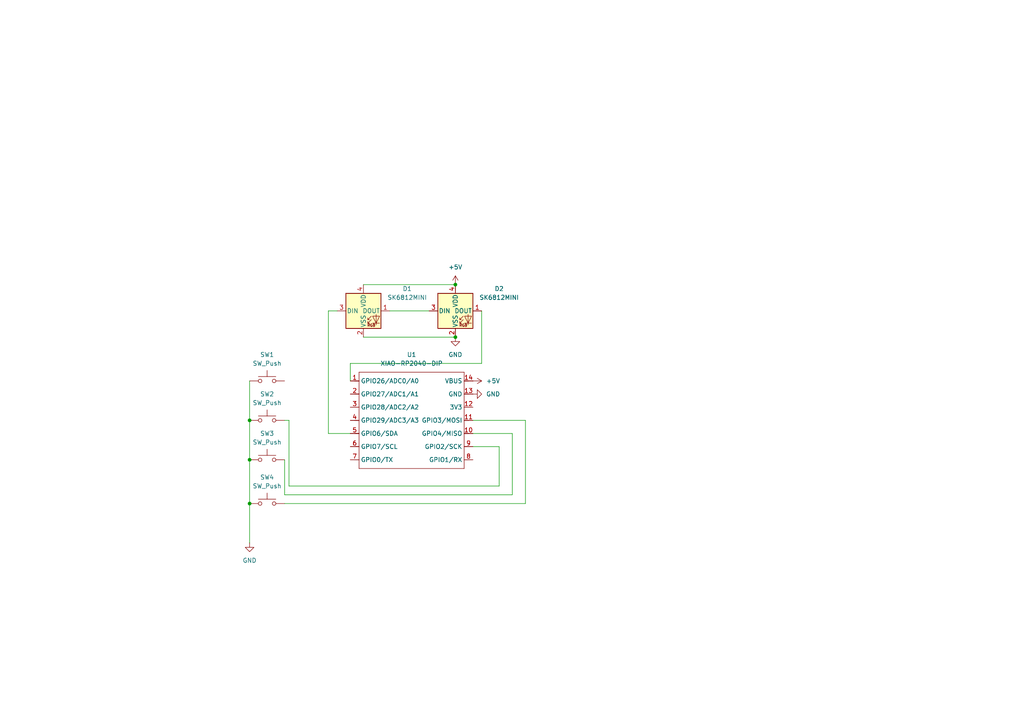
<source format=kicad_sch>
(kicad_sch (version 20250114) (generator "eeschema") (generator_version "9.0")
  (paper "A4")
  (lib_symbols
    (symbol "LED:SK6812MINI" (pin_names (offset 0.254))
      (property "Reference" "D" (at 5.08 5.715 0))
      (property "Value" "SK6812MINI" (at 1.27 -5.715 0))
      (symbol "SK6812MINI_0_0"
        (text "RGB" (at 2.286 -4.191 0) (effects (font (size 0.762 0.762))))
      )
      (symbol "SK6812MINI_0_1"
        (polyline (pts (xy 1.27 -2.54) (xy 1.778 -2.54)))
        (polyline (pts (xy 1.27 -3.556) (xy 1.778 -3.556)))
        (polyline (pts (xy 2.286 -1.524) (xy 1.27 -2.54) (xy 1.27 -2.032)))
        (polyline (pts (xy 2.286 -2.54) (xy 1.27 -3.556) (xy 1.27 -3.048)))
        (polyline (pts (xy 3.683 -1.016) (xy 3.683 -3.556) (xy 3.683 -4.064)))
        (polyline (pts (xy 4.699 -1.524) (xy 2.667 -1.524) (xy 3.683 -3.556) (xy 4.699 -1.524)))
        (polyline (pts (xy 4.699 -3.556) (xy 2.667 -3.556)))
        (rectangle (start 5.08 5.08) (end -5.08 -5.08) (stroke (width 0.254)) (fill (type background)))
      )
      (symbol "SK6812MINI_1_1"
        (pin input line (at -7.62 0 0) (length 2.54) (name "DIN") (number "3"))
        (pin power_in line (at 0 7.62 270) (length 2.54) (name "VDD") (number "4"))
        (pin power_in line (at 0 -7.62 90) (length 2.54) (name "VSS") (number "2"))
        (pin output line (at 7.62 0 180) (length 2.54) (name "DOUT") (number "1"))
      )
    )
    (symbol "OPL:XIAO-RP2040-DIP"
      (property "Reference" "U" (at 0 0 0))
      (property "Value" "XIAO-RP2040-DIP" (at 5.334 -1.778 0))
      (symbol "XIAO-RP2040-DIP_1_0"
        (polyline (pts (xy -1.27 -2.54) (xy 29.21 -2.54)) (stroke (width 0.1524)))
        (polyline (pts (xy -1.27 -5.08) (xy -2.54 -5.08)) (stroke (width 0.1524)))
        (polyline (pts (xy -1.27 -5.08) (xy -1.27 -2.54)) (stroke (width 0.1524)))
        (polyline (pts (xy -1.27 -8.89) (xy -2.54 -8.89)) (stroke (width 0.1524)))
        (polyline (pts (xy -1.27 -8.89) (xy -1.27 -5.08)) (stroke (width 0.1524)))
        (polyline (pts (xy -1.27 -12.7) (xy -2.54 -12.7)) (stroke (width 0.1524)))
        (polyline (pts (xy -1.27 -12.7) (xy -1.27 -8.89)) (stroke (width 0.1524)))
        (polyline (pts (xy -1.27 -16.51) (xy -2.54 -16.51)) (stroke (width 0.1524)))
        (polyline (pts (xy -1.27 -16.51) (xy -1.27 -12.7)) (stroke (width 0.1524)))
        (polyline (pts (xy -1.27 -20.32) (xy -2.54 -20.32)) (stroke (width 0.1524)))
        (polyline (pts (xy -1.27 -24.13) (xy -2.54 -24.13)) (stroke (width 0.1524)))
        (polyline (pts (xy -1.27 -27.94) (xy -2.54 -27.94)) (stroke (width 0.1524)))
        (polyline (pts (xy -1.27 -30.48) (xy -1.27 -16.51)) (stroke (width 0.1524)))
        (polyline (pts (xy 29.21 -2.54) (xy 29.21 -5.08)) (stroke (width 0.1524)))
        (polyline (pts (xy 29.21 -5.08) (xy 29.21 -8.89)) (stroke (width 0.1524)))
        (polyline (pts (xy 29.21 -8.89) (xy 29.21 -12.7)) (stroke (width 0.1524)))
        (polyline (pts (xy 29.21 -12.7) (xy 29.21 -30.48)) (stroke (width 0.1524)))
        (polyline (pts (xy 29.21 -30.48) (xy -1.27 -30.48)) (stroke (width 0.1524)))
        (polyline (pts (xy 30.48 -5.08) (xy 29.21 -5.08)) (stroke (width 0.1524)))
        (polyline (pts (xy 30.48 -8.89) (xy 29.21 -8.89)) (stroke (width 0.1524)))
        (polyline (pts (xy 30.48 -12.7) (xy 29.21 -12.7)) (stroke (width 0.1524)))
        (polyline (pts (xy 30.48 -16.51) (xy 29.21 -16.51)) (stroke (width 0.1524)))
        (polyline (pts (xy 30.48 -20.32) (xy 29.21 -20.32)) (stroke (width 0.1524)))
        (polyline (pts (xy 30.48 -24.13) (xy 29.21 -24.13)) (stroke (width 0.1524)))
        (polyline (pts (xy 30.48 -27.94) (xy 29.21 -27.94)) (stroke (width 0.1524)))
        (pin passive line (at -3.81 -5.08 0) (length 2.54) (name "GPIO26/ADC0/A0") (number "1"))
        (pin passive line (at -3.81 -8.89 0) (length 2.54) (name "GPIO27/ADC1/A1") (number "2"))
        (pin passive line (at -3.81 -12.7 0) (length 2.54) (name "GPIO28/ADC2/A2") (number "3"))
        (pin passive line (at -3.81 -16.51 0) (length 2.54) (name "GPIO29/ADC3/A3") (number "4"))
        (pin passive line (at -3.81 -20.32 0) (length 2.54) (name "GPIO6/SDA") (number "5"))
        (pin passive line (at -3.81 -24.13 0) (length 2.54) (name "GPIO7/SCL") (number "6"))
        (pin passive line (at -3.81 -27.94 0) (length 2.54) (name "GPIO0/TX") (number "7"))
        (pin passive line (at 31.75 -5.08 180) (length 2.54) (name "VBUS") (number "14"))
        (pin passive line (at 31.75 -8.89 180) (length 2.54) (name "GND") (number "13"))
        (pin passive line (at 31.75 -12.7 180) (length 2.54) (name "3V3") (number "12"))
        (pin passive line (at 31.75 -16.51 180) (length 2.54) (name "GPIO3/MOSI") (number "11"))
        (pin passive line (at 31.75 -20.32 180) (length 2.54) (name "GPIO4/MISO") (number "10"))
        (pin passive line (at 31.75 -24.13 180) (length 2.54) (name "GPIO2/SCK") (number "9"))
        (pin passive line (at 31.75 -27.94 180) (length 2.54) (name "GPIO1/RX") (number "8"))
      )
    )
    (symbol "Switch:SW_Push" (pin_numbers (hide yes)) (pin_names (offset 1.016) (hide yes))
      (property "Reference" "SW" (at 1.27 2.54 0))
      (property "Value" "SW_Push" (at 0 -1.524 0))
      (symbol "SW_Push_0_1"
        (circle (center -2.032 0) (radius 0.508))
        (polyline (pts (xy 0 1.27) (xy 0 3.048)))
        (circle (center 2.032 0) (radius 0.508))
        (polyline (pts (xy 2.54 1.27) (xy -2.54 1.27)))
        (pin passive line (at -5.08 0 0) (length 2.54) (name "1") (number "1"))
        (pin passive line (at 5.08 0 180) (length 2.54) (name "2") (number "2"))
      )
    )
    (symbol "power:+5V" (power) (pin_numbers (hide yes)) (pin_names (offset 0) (hide yes))
      (property "Value" "+5V" (at 0 3.556 0))
      (symbol "+5V_0_1"
        (polyline (pts (xy -0.762 1.27) (xy 0 2.54)))
        (polyline (pts (xy 0 2.54) (xy 0.762 1.27)))
        (polyline (pts (xy 0 0) (xy 0 2.54)))
      )
      (symbol "+5V_1_1"
        (pin power_in line (at 0 0 90) (length 0) (name "~") (number "1"))
      )
    )
    (symbol "power:GND" (power) (pin_numbers (hide yes)) (pin_names (offset 0) (hide yes))
      (property "Value" "GND" (at 0 -3.81 0))
      (symbol "GND_0_1"
        (polyline (pts (xy 0 0) (xy 0 -1.27) (xy 1.27 -1.27) (xy 0 -2.54) (xy -1.27 -1.27) (xy 0 -1.27)))
      )
      (symbol "GND_1_1"
        (pin power_in line (at 0 0 270) (length 0) (name "~") (number "1"))
      )
    )
  )
  (junction (at 132.08 97.79))
  (junction (at 72.39 133.35))
  (junction (at 72.39 121.92))
  (junction (at 132.08 82.55))
  (junction (at 72.39 146.05))
  (wire (pts (xy 148.59 125.73) (xy 148.59 143.51)))
  (wire (pts (xy 144.78 129.54) (xy 144.78 140.97)))
  (wire (pts (xy 72.39 133.35) (xy 72.39 146.05)))
  (wire (pts (xy 137.16 129.54) (xy 144.78 129.54)))
  (wire (pts (xy 105.41 97.79) (xy 132.08 97.79)))
  (wire (pts (xy 148.59 143.51) (xy 82.55 143.51)))
  (wire (pts (xy 139.7 105.41) (xy 101.6 105.41)))
  (wire (pts (xy 82.55 121.92) (xy 83.82 121.92)))
  (wire (pts (xy 137.16 121.92) (xy 152.4 121.92)))
  (wire (pts (xy 72.39 121.92) (xy 72.39 133.35)))
  (wire (pts (xy 152.4 121.92) (xy 152.4 146.05)))
  (wire (pts (xy 139.7 90.17) (xy 139.7 105.41)))
  (wire (pts (xy 144.78 140.97) (xy 83.82 140.97)))
  (wire (pts (xy 82.55 133.35) (xy 82.55 143.51)))
  (wire (pts (xy 113.03 90.17) (xy 124.46 90.17)))
  (wire (pts (xy 95.25 90.17) (xy 95.25 125.73)))
  (wire (pts (xy 152.4 146.05) (xy 82.55 146.05)))
  (wire (pts (xy 97.79 90.17) (xy 95.25 90.17)))
  (wire (pts (xy 105.41 82.55) (xy 132.08 82.55)))
  (wire (pts (xy 101.6 105.41) (xy 101.6 110.49)))
  (wire (pts (xy 72.39 110.49) (xy 72.39 121.92)))
  (wire (pts (xy 95.25 125.73) (xy 101.6 125.73)))
  (wire (pts (xy 137.16 125.73) (xy 148.59 125.73)))
  (wire (pts (xy 72.39 146.05) (xy 72.39 157.48)))
  (wire (pts (xy 83.82 140.97) (xy 83.82 121.92)))
  (symbol (lib_id "power:GND") (at 137.16 114.3 90) (unit 1)
    (property "Reference" "#PWR02" (effects (hide yes)))
    (property "Value" "GND" (at 140.97 114.2999 90) (effects (justify right)))
    (property "Description" "Power symbol creates a global label with name \"GND\" , ground" (effects (hide yes)))
  )
  (symbol (lib_id "power:GND") (at 72.39 157.48 0) (unit 1)
    (property "Reference" "#PWR01" (effects (hide yes)))
    (property "Value" "GND" (at 72.39 162.56 0))
    (property "Description" "Power symbol creates a global label with name \"GND\" , ground" (effects (hide yes)))
  )
  (symbol (lib_id "power:+5V") (at 137.16 110.49 270) (unit 1)
    (property "Reference" "#PWR04" (effects (hide yes)))
    (property "Value" "+5V" (at 140.97 110.4899 90) (effects (justify left)))
    (property "Description" "Power symbol creates a global label with name \"+5V\"" (effects (hide yes)))
  )
  (symbol (lib_id "OPL:XIAO-RP2040-DIP") (at 105.41 105.41 0) (unit 1)
    (property "Reference" "U1" (at 119.38 102.87 0))
    (property "Value" "XIAO-RP2040-DIP" (at 119.38 105.41 0))
    (property "Footprint" "Module:MOUDLE14P-XIAO-DIP-SMD" (effects (hide yes)))
  )
  (symbol (lib_id "Switch:SW_Push") (at 77.47 133.35 0) (unit 1)
    (property "Reference" "SW3" (at 77.47 125.73 0))
    (property "Value" "SW_Push" (at 77.47 128.27 0))
    (property "Footprint" "Button_Switch_Keyboard:SW_Cherry_MX_1.00u_PCB" (effects (hide yes)))
    (property "Description" "Push button switch, generic, two pins" (effects (hide yes)))
  )
  (symbol (lib_id "power:GND") (at 132.08 97.79 0) (unit 1)
    (property "Reference" "#PWR05" (effects (hide yes)))
    (property "Value" "GND" (at 132.08 102.87 0))
    (property "Description" "Power symbol creates a global label with name \"GND\" , ground" (effects (hide yes)))
  )
  (symbol (lib_id "LED:SK6812MINI") (at 132.08 90.17 0) (unit 1)
    (property "Reference" "D2" (at 144.78 83.7498 0))
    (property "Value" "SK6812MINI" (at 144.78 86.2898 0))
    (property "Footprint" "LED_SMD:LED_SK6812MINI_PLCC4_3.5x3.5mm_P1.75mm" (effects (hide yes)))
    (property "Datasheet" "https://cdn-shop.adafruit.com/product-files/2686/SK6812MINI_REV.01-1-2.pdf" (effects (hide yes)))
    (property "Description" "RGB LED with integrated controller" (effects (hide yes)))
  )
  (symbol (lib_id "Switch:SW_Push") (at 77.47 146.05 0) (unit 1)
    (property "Reference" "SW4" (at 77.47 138.43 0))
    (property "Value" "SW_Push" (at 77.47 140.97 0))
    (property "Footprint" "Button_Switch_Keyboard:SW_Cherry_MX_1.00u_PCB" (effects (hide yes)))
    (property "Description" "Push button switch, generic, two pins" (effects (hide yes)))
  )
  (symbol (lib_id "Switch:SW_Push") (at 77.47 121.92 0) (unit 1)
    (property "Reference" "SW2" (at 77.47 114.3 0))
    (property "Value" "SW_Push" (at 77.47 116.84 0))
    (property "Footprint" "Button_Switch_Keyboard:SW_Cherry_MX_1.00u_PCB" (effects (hide yes)))
    (property "Description" "Push button switch, generic, two pins" (effects (hide yes)))
  )
  (symbol (lib_id "LED:SK6812MINI") (at 105.41 90.17 0) (unit 1)
    (property "Reference" "D1" (at 118.11 83.7498 0))
    (property "Value" "SK6812MINI" (at 118.11 86.2898 0))
    (property "Footprint" "LED_SMD:LED_SK6812MINI_PLCC4_3.5x3.5mm_P1.75mm" (effects (hide yes)))
    (property "Datasheet" "https://cdn-shop.adafruit.com/product-files/2686/SK6812MINI_REV.01-1-2.pdf" (effects (hide yes)))
    (property "Description" "RGB LED with integrated controller" (effects (hide yes)))
  )
  (symbol (lib_id "Switch:SW_Push") (at 77.47 110.49 0) (unit 1)
    (property "Reference" "SW1" (at 77.47 102.87 0))
    (property "Value" "SW_Push" (at 77.47 105.41 0))
    (property "Footprint" "Button_Switch_Keyboard:SW_Cherry_MX_1.00u_PCB" (effects (hide yes)))
    (property "Description" "Push button switch, generic, two pins" (effects (hide yes)))
  )
  (symbol (lib_id "power:+5V") (at 132.08 82.55 0) (unit 1)
    (property "Reference" "#PWR03" (effects (hide yes)))
    (property "Value" "+5V" (at 132.08 77.47 0))
    (property "Description" "Power symbol creates a global label with name \"+5V\"" (effects (hide yes)))
  )
)
</source>
